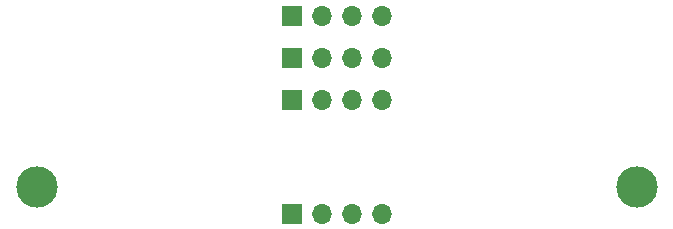
<source format=gbr>
%TF.GenerationSoftware,KiCad,Pcbnew,5.1.7-a382d34a8~88~ubuntu18.04.1*%
%TF.CreationDate,2021-08-02T14:23:20-07:00*%
%TF.ProjectId,mtr_adapt,6d74725f-6164-4617-9074-2e6b69636164,rev?*%
%TF.SameCoordinates,Original*%
%TF.FileFunction,Soldermask,Bot*%
%TF.FilePolarity,Negative*%
%FSLAX46Y46*%
G04 Gerber Fmt 4.6, Leading zero omitted, Abs format (unit mm)*
G04 Created by KiCad (PCBNEW 5.1.7-a382d34a8~88~ubuntu18.04.1) date 2021-08-02 14:23:20*
%MOMM*%
%LPD*%
G01*
G04 APERTURE LIST*
%ADD10R,1.700000X1.700000*%
%ADD11O,1.700000X1.700000*%
%ADD12C,3.500000*%
G04 APERTURE END LIST*
D10*
%TO.C,J1*%
X135890000Y-106934000D03*
D11*
X138430000Y-106934000D03*
X140970000Y-106934000D03*
X143510000Y-106934000D03*
%TD*%
D10*
%TO.C,J1*%
X135890000Y-103378000D03*
D11*
X138430000Y-103378000D03*
X140970000Y-103378000D03*
X143510000Y-103378000D03*
%TD*%
%TO.C,J2*%
X143510000Y-116586000D03*
X140970000Y-116586000D03*
X138430000Y-116586000D03*
D10*
X135890000Y-116586000D03*
%TD*%
D11*
%TO.C,J1*%
X143510000Y-99822000D03*
X140970000Y-99822000D03*
X138430000Y-99822000D03*
D10*
X135890000Y-99822000D03*
%TD*%
D12*
%TO.C,H2*%
X114300000Y-114300000D03*
%TD*%
%TO.C,H1*%
X165100000Y-114300000D03*
%TD*%
M02*

</source>
